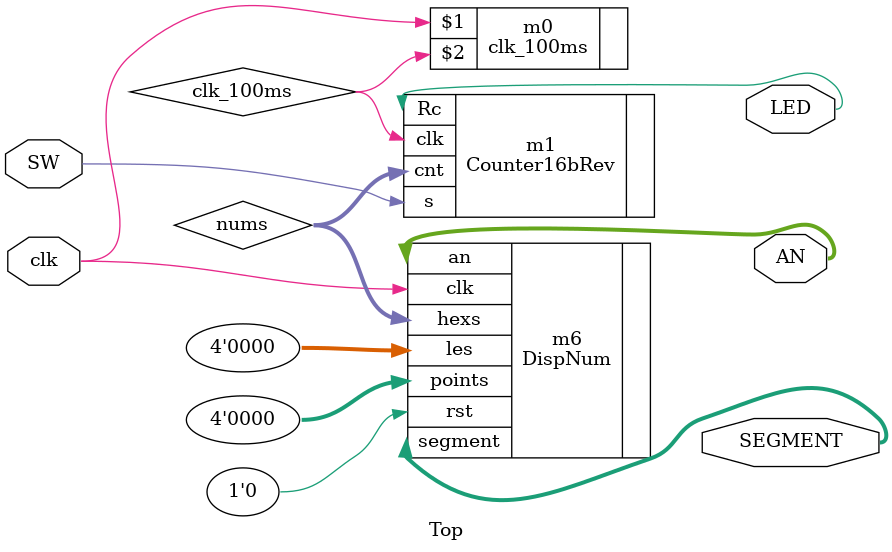
<source format=v>

`include "./Components/clock/clk_100ms.v"
`include "./Components/hexDisplay/DispNum.v"
`include "./Components/counter/Counter16bRev.v"

module Top(
	input wire clk,
    input wire SW,
	output wire LED,
	output wire [3:0]AN,
	output wire [7:0]SEGMENT
	); 

	wire [15:0] nums;
	wire clk_100ms;

	// clock
	clk_100ms m0(clk, clk_100ms);

	Counter16bRev m1(
		.clk(clk_100ms), 
		.s(SW), 
		.cnt(nums), 
		.Rc(LED));
	DispNum m6(
		.clk(clk), 
		.hexs(nums), 
		.les(4'b0), 
		.points(4'b0), 
		.rst(1'b0), 
		.an(AN), 
		.segment(SEGMENT));
endmodule

</source>
